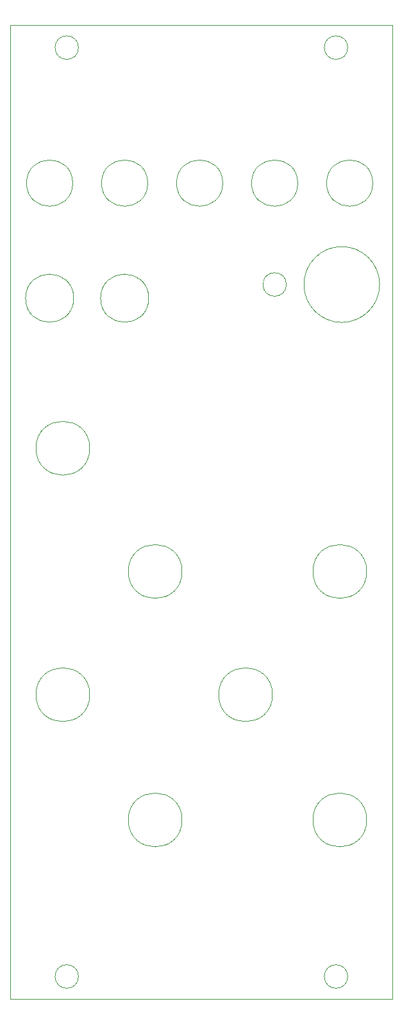
<source format=gm1>
G04 #@! TF.GenerationSoftware,KiCad,Pcbnew,(6.0.0)*
G04 #@! TF.CreationDate,2022-08-05T10:13:32-07:00*
G04 #@! TF.ProjectId,synth2-fp,73796e74-6832-42d6-9670-2e6b69636164,rev?*
G04 #@! TF.SameCoordinates,Original*
G04 #@! TF.FileFunction,Profile,NP*
%FSLAX46Y46*%
G04 Gerber Fmt 4.6, Leading zero omitted, Abs format (unit mm)*
G04 Created by KiCad (PCBNEW (6.0.0)) date 2022-08-05 10:13:32*
%MOMM*%
%LPD*%
G01*
G04 APERTURE LIST*
G04 #@! TA.AperFunction,Profile*
%ADD10C,0.100000*%
G04 #@! TD*
G04 APERTURE END LIST*
D10*
X97359000Y-69854000D02*
G75*
G03*
X97359000Y-69854000I-3175000J0D01*
G01*
X117046000Y-54676000D02*
G75*
G03*
X117046000Y-54676000I-3050000J0D01*
G01*
X88090000Y-159306000D02*
G75*
G03*
X88090000Y-159306000I-1550000J0D01*
G01*
X126152000Y-138661000D02*
G75*
G03*
X126152000Y-138661000I-3550000J0D01*
G01*
X115546000Y-68046000D02*
G75*
G03*
X115546000Y-68046000I-1550000J0D01*
G01*
X79040000Y-33806000D02*
X129540000Y-33806000D01*
X129540000Y-33806000D02*
X129540000Y-162306000D01*
X129540000Y-162306000D02*
X79040000Y-162306000D01*
X79040000Y-162306000D02*
X79040000Y-33806000D01*
X126952000Y-54676000D02*
G75*
G03*
X126952000Y-54676000I-3050000J0D01*
G01*
X113706000Y-122148000D02*
G75*
G03*
X113706000Y-122148000I-3550000J0D01*
G01*
X87328000Y-54676000D02*
G75*
G03*
X87328000Y-54676000I-3050000J0D01*
G01*
X107140000Y-54676000D02*
G75*
G03*
X107140000Y-54676000I-3050000J0D01*
G01*
X97234000Y-54676000D02*
G75*
G03*
X97234000Y-54676000I-3050000J0D01*
G01*
X127856000Y-68046000D02*
G75*
G03*
X127856000Y-68046000I-5000000J0D01*
G01*
X87453000Y-69854000D02*
G75*
G03*
X87453000Y-69854000I-3175000J0D01*
G01*
X101768000Y-138661000D02*
G75*
G03*
X101768000Y-138661000I-3550000J0D01*
G01*
X123650000Y-159306000D02*
G75*
G03*
X123650000Y-159306000I-1550000J0D01*
G01*
X101768000Y-105895000D02*
G75*
G03*
X101768000Y-105895000I-3550000J0D01*
G01*
X89576000Y-122148000D02*
G75*
G03*
X89576000Y-122148000I-3550000J0D01*
G01*
X88090000Y-36806000D02*
G75*
G03*
X88090000Y-36806000I-1550000J0D01*
G01*
X126152000Y-105895000D02*
G75*
G03*
X126152000Y-105895000I-3550000J0D01*
G01*
X89576000Y-89642000D02*
G75*
G03*
X89576000Y-89642000I-3550000J0D01*
G01*
X123650000Y-36806000D02*
G75*
G03*
X123650000Y-36806000I-1550000J0D01*
G01*
M02*

</source>
